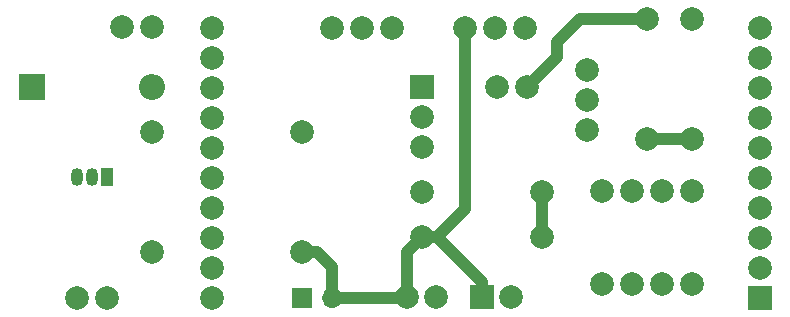
<source format=gbr>
%TF.GenerationSoftware,KiCad,Pcbnew,(5.1.7)-1*%
%TF.CreationDate,2021-04-11T18:09:15+01:00*%
%TF.ProjectId,AccCircV2,41636343-6972-4635-9632-2e6b69636164,rev?*%
%TF.SameCoordinates,Original*%
%TF.FileFunction,Copper,L1,Top*%
%TF.FilePolarity,Positive*%
%FSLAX46Y46*%
G04 Gerber Fmt 4.6, Leading zero omitted, Abs format (unit mm)*
G04 Created by KiCad (PCBNEW (5.1.7)-1) date 2021-04-11 18:09:15*
%MOMM*%
%LPD*%
G01*
G04 APERTURE LIST*
%TA.AperFunction,ComponentPad*%
%ADD10C,2.000000*%
%TD*%
%TA.AperFunction,ComponentPad*%
%ADD11R,1.050000X1.500000*%
%TD*%
%TA.AperFunction,ComponentPad*%
%ADD12O,1.050000X1.500000*%
%TD*%
%TA.AperFunction,ComponentPad*%
%ADD13O,1.700000X1.700000*%
%TD*%
%TA.AperFunction,ComponentPad*%
%ADD14R,1.700000X1.700000*%
%TD*%
%TA.AperFunction,ComponentPad*%
%ADD15O,2.200000X2.200000*%
%TD*%
%TA.AperFunction,ComponentPad*%
%ADD16R,2.200000X2.200000*%
%TD*%
%TA.AperFunction,ComponentPad*%
%ADD17R,2.000000X2.000000*%
%TD*%
%TA.AperFunction,Conductor*%
%ADD18C,1.000000*%
%TD*%
G04 APERTURE END LIST*
D10*
%TO.P,U1,7*%
%TO.N,VolDivider*%
X100330000Y-47115000D03*
%TO.P,U1,6*%
X97790000Y-47115000D03*
%TO.P,U1,8*%
%TO.N,+3V3*%
X102870000Y-47115000D03*
%TO.P,U1,5*%
%TO.N,Net-(R4-Pad2)*%
X95250000Y-47115000D03*
%TO.P,U1,1*%
%TO.N,Net-(J2-Pad10)*%
X102870000Y-39245000D03*
%TO.P,U1,4*%
%TO.N,GND*%
X95250000Y-39245000D03*
%TO.P,U1,2*%
%TO.N,Net-(R1-Pad1)*%
X100330000Y-39245000D03*
%TO.P,U1,3*%
%TO.N,Net-(J5-Pad2)*%
X97790000Y-39245000D03*
%TD*%
%TO.P,R6,2*%
%TO.N,PIN3.2*%
X57150000Y-34290000D03*
%TO.P,R6,1*%
%TO.N,GND*%
X57150000Y-44450000D03*
%TD*%
%TO.P,R5,2*%
%TO.N,GND*%
X80010000Y-39370000D03*
%TO.P,R5,1*%
%TO.N,Net-(R4-Pad2)*%
X90170000Y-39370000D03*
%TD*%
%TO.P,R4,2*%
%TO.N,Net-(R4-Pad2)*%
X90170000Y-43180000D03*
%TO.P,R4,1*%
%TO.N,+3V3*%
X80010000Y-43180000D03*
%TD*%
D11*
%TO.P,Q1,1*%
%TO.N,GND*%
X53340000Y-38100000D03*
D12*
%TO.P,Q1,3*%
%TO.N,Net-(D1-Pad2)*%
X50800000Y-38100000D03*
%TO.P,Q1,2*%
%TO.N,PIN3.2*%
X52070000Y-38100000D03*
%TD*%
D10*
%TO.P,J7,2*%
%TO.N,GND*%
X53340000Y-48298100D03*
%TO.P,J7,1*%
%TO.N,+5V*%
X50800000Y-48298100D03*
%TD*%
%TO.P,J6,2*%
%TO.N,Net-(D1-Pad2)*%
X57150000Y-25400000D03*
%TO.P,J6,1*%
%TO.N,+5V*%
X54610000Y-25400000D03*
%TD*%
%TO.P,J5,3*%
%TO.N,VolDivider*%
X93980000Y-34138100D03*
%TO.P,J5,2*%
%TO.N,Net-(J5-Pad2)*%
X93980000Y-31598100D03*
%TO.P,J5,1*%
%TO.N,VolRef1V2*%
X93980000Y-29058100D03*
%TD*%
D13*
%TO.P,J4,2*%
%TO.N,+3V3*%
X72390000Y-48298100D03*
D14*
%TO.P,J4,1*%
%TO.N,GND*%
X69850000Y-48298100D03*
%TD*%
D15*
%TO.P,D1,2*%
%TO.N,Net-(D1-Pad2)*%
X57150000Y-30480000D03*
D16*
%TO.P,D1,1*%
%TO.N,+5V*%
X46990000Y-30480000D03*
%TD*%
D10*
%TO.P,C3,2*%
%TO.N,AccSignal*%
X86400000Y-30480000D03*
%TO.P,C3,1*%
%TO.N,Net-(C3-Pad1)*%
X88900000Y-30480000D03*
%TD*%
D17*
%TO.P,C1,1*%
%TO.N,+3V3*%
X85090000Y-48260000D03*
D10*
%TO.P,C1,2*%
%TO.N,GND*%
X87590000Y-48260000D03*
%TD*%
%TO.P,C2,1*%
%TO.N,+3V3*%
X78740000Y-48260000D03*
%TO.P,C2,2*%
%TO.N,GND*%
X81240000Y-48260000D03*
%TD*%
D17*
%TO.P,J2,1*%
%TO.N,N/C*%
X108645240Y-48298100D03*
D10*
%TO.P,J2,2*%
X108645240Y-45758100D03*
%TO.P,J2,3*%
X108645240Y-43218100D03*
%TO.P,J2,4*%
X108645240Y-40678100D03*
%TO.P,J2,5*%
X108645240Y-38138100D03*
%TO.P,J2,6*%
X108645240Y-35598100D03*
%TO.P,J2,7*%
X108645240Y-33058100D03*
%TO.P,J2,8*%
X108645240Y-30518100D03*
%TO.P,J2,9*%
X108645240Y-27978100D03*
%TO.P,J2,10*%
%TO.N,Net-(J2-Pad10)*%
X108645240Y-25438100D03*
%TD*%
%TO.P,J3,10*%
%TO.N,GND*%
X62245240Y-48308100D03*
%TO.P,J3,9*%
%TO.N,N/C*%
X62245240Y-45768100D03*
%TO.P,J3,8*%
X62245240Y-43228100D03*
%TO.P,J3,7*%
X62245240Y-40688100D03*
%TO.P,J3,6*%
%TO.N,PIN3.2*%
X62245240Y-38148100D03*
%TO.P,J3,5*%
%TO.N,N/C*%
X62245240Y-35608100D03*
%TO.P,J3,4*%
X62245240Y-33068100D03*
%TO.P,J3,3*%
X62245240Y-30528100D03*
%TO.P,J3,2*%
X62245240Y-27988100D03*
%TO.P,J3,1*%
X62245240Y-25448100D03*
%TD*%
%TO.P,R1,2*%
%TO.N,Net-(C3-Pad1)*%
X99060000Y-24698100D03*
%TO.P,R1,1*%
%TO.N,Net-(R1-Pad1)*%
X99060000Y-34858100D03*
%TD*%
%TO.P,R2,1*%
%TO.N,Net-(J2-Pad10)*%
X102870000Y-24698100D03*
%TO.P,R2,2*%
%TO.N,Net-(R1-Pad1)*%
X102870000Y-34858100D03*
%TD*%
%TO.P,R3,1*%
%TO.N,+3V3*%
X69850000Y-44450000D03*
%TO.P,R3,2*%
%TO.N,VolRef1V2*%
X69850000Y-34290000D03*
%TD*%
%TO.P,U2,2*%
%TO.N,VolRef1V2*%
X80010000Y-33020000D03*
%TO.P,U2,3*%
%TO.N,GND*%
X80010000Y-35560000D03*
D17*
%TO.P,U2,1*%
X80010000Y-30480000D03*
%TD*%
D10*
%TO.P,J8,1*%
%TO.N,PIN3.2*%
X72390000Y-25448100D03*
%TO.P,J8,2*%
%TO.N,GND*%
X74930000Y-25448100D03*
%TO.P,J8,3*%
%TO.N,AccSignal*%
X77470000Y-25448100D03*
%TD*%
%TO.P,J1,1*%
%TO.N,+3V3*%
X83693000Y-25448100D03*
%TO.P,J1,2*%
%TO.N,AccSignal*%
X86233000Y-25448100D03*
%TO.P,J1,3*%
%TO.N,GND*%
X88773000Y-25448100D03*
%TD*%
D18*
%TO.N,Net-(J2-Pad10)*%
X108439500Y-25643840D02*
X108645240Y-25438100D01*
%TO.N,Net-(R1-Pad1)*%
X99060000Y-34858100D02*
X102870000Y-34858100D01*
%TO.N,+3V3*%
X72390000Y-48298100D02*
X72390000Y-46990000D01*
X81280000Y-43180000D02*
X80010000Y-43180000D01*
X85090000Y-46990000D02*
X81280000Y-43180000D01*
X85090000Y-48260000D02*
X85090000Y-46990000D01*
X78740000Y-44450000D02*
X80010000Y-43180000D01*
X78740000Y-48260000D02*
X78740000Y-44450000D01*
X78701900Y-48298100D02*
X78740000Y-48260000D01*
X72390000Y-48298100D02*
X78701900Y-48298100D01*
X69850000Y-44450000D02*
X71120000Y-44450000D01*
X71120000Y-44450000D02*
X72390000Y-45720000D01*
X72390000Y-45720000D02*
X72390000Y-46990000D01*
X83693000Y-40767000D02*
X81280000Y-43180000D01*
X83693000Y-25448100D02*
X83693000Y-40767000D01*
%TO.N,Net-(C3-Pad1)*%
X91440000Y-27940000D02*
X88900000Y-30480000D01*
X91440000Y-26670000D02*
X91440000Y-27940000D01*
X93411900Y-24698100D02*
X91440000Y-26670000D01*
X99060000Y-24698100D02*
X93411900Y-24698100D01*
%TO.N,Net-(R4-Pad2)*%
X90170000Y-43180000D02*
X90170000Y-39370000D01*
%TD*%
M02*

</source>
